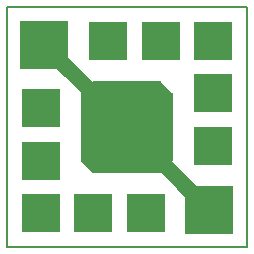
<source format=gtl>
G04 EAGLE Gerber X2 export*
%TF.Part,Single*%
%TF.FileFunction,Other,Top Copper*%
%TF.FilePolarity,Positive*%
%TF.GenerationSoftware,Autodesk,EAGLE,9.1.0*%
%TF.CreationDate,2018-07-18T02:57:18Z*%
G75*
%MOMM*%
%FSLAX34Y34*%
%LPD*%
%AMOC8*
5,1,8,0,0,1.08239X$1,22.5*%
G01*
%ADD10C,0.152400*%
%ADD11R,3.175000X3.175000*%
%ADD12R,4.127500X4.127500*%
%ADD13R,6.350000X6.350000*%
%ADD14C,1.346200*%

G36*
X130217Y62873D02*
X130217Y62873D01*
X130259Y62871D01*
X130326Y62893D01*
X130396Y62905D01*
X130432Y62927D01*
X130473Y62940D01*
X130546Y62994D01*
X130589Y63020D01*
X130602Y63036D01*
X130623Y63052D01*
X140148Y72577D01*
X140173Y72611D01*
X140204Y72640D01*
X140229Y72689D01*
X140244Y72708D01*
X140249Y72720D01*
X140277Y72761D01*
X140287Y72802D01*
X140307Y72840D01*
X140320Y72929D01*
X140333Y72978D01*
X140330Y72999D01*
X140334Y73025D01*
X140334Y130175D01*
X140327Y130217D01*
X140329Y130259D01*
X140307Y130326D01*
X140295Y130396D01*
X140273Y130432D01*
X140260Y130473D01*
X140206Y130546D01*
X140180Y130589D01*
X140164Y130602D01*
X140148Y130623D01*
X130623Y140148D01*
X130589Y140173D01*
X130560Y140204D01*
X130497Y140236D01*
X130439Y140277D01*
X130398Y140287D01*
X130360Y140307D01*
X130271Y140320D01*
X130222Y140333D01*
X130201Y140330D01*
X130175Y140334D01*
X73025Y140334D01*
X72983Y140327D01*
X72941Y140329D01*
X72874Y140307D01*
X72804Y140295D01*
X72768Y140273D01*
X72727Y140260D01*
X72654Y140206D01*
X72611Y140180D01*
X72598Y140164D01*
X72577Y140148D01*
X63052Y130623D01*
X63027Y130589D01*
X62996Y130560D01*
X62964Y130497D01*
X62923Y130439D01*
X62913Y130398D01*
X62893Y130360D01*
X62880Y130271D01*
X62868Y130222D01*
X62870Y130201D01*
X62866Y130175D01*
X62866Y73025D01*
X62873Y72983D01*
X62871Y72941D01*
X62893Y72874D01*
X62905Y72804D01*
X62927Y72768D01*
X62940Y72727D01*
X62971Y72686D01*
X62975Y72675D01*
X62994Y72655D01*
X62994Y72654D01*
X63020Y72611D01*
X63036Y72598D01*
X63052Y72577D01*
X72577Y63052D01*
X72611Y63027D01*
X72640Y62996D01*
X72703Y62964D01*
X72761Y62923D01*
X72802Y62913D01*
X72840Y62893D01*
X72929Y62880D01*
X72978Y62868D01*
X72999Y62870D01*
X73025Y62866D01*
X130175Y62866D01*
X130217Y62873D01*
G37*
D10*
X0Y0D02*
X0Y203200D01*
X203200Y203200D01*
X203200Y0D01*
X0Y0D01*
D11*
X85725Y174625D03*
X130175Y174625D03*
X174625Y174625D03*
X174625Y130175D03*
X174625Y85725D03*
X117475Y28575D03*
X73025Y28575D03*
X28575Y28575D03*
X28575Y73025D03*
X28575Y117475D03*
D12*
X171450Y31750D03*
X31750Y171450D03*
D13*
X101600Y101600D03*
D14*
X31750Y171450D01*
X101600Y101600D02*
X171450Y31750D01*
M02*

</source>
